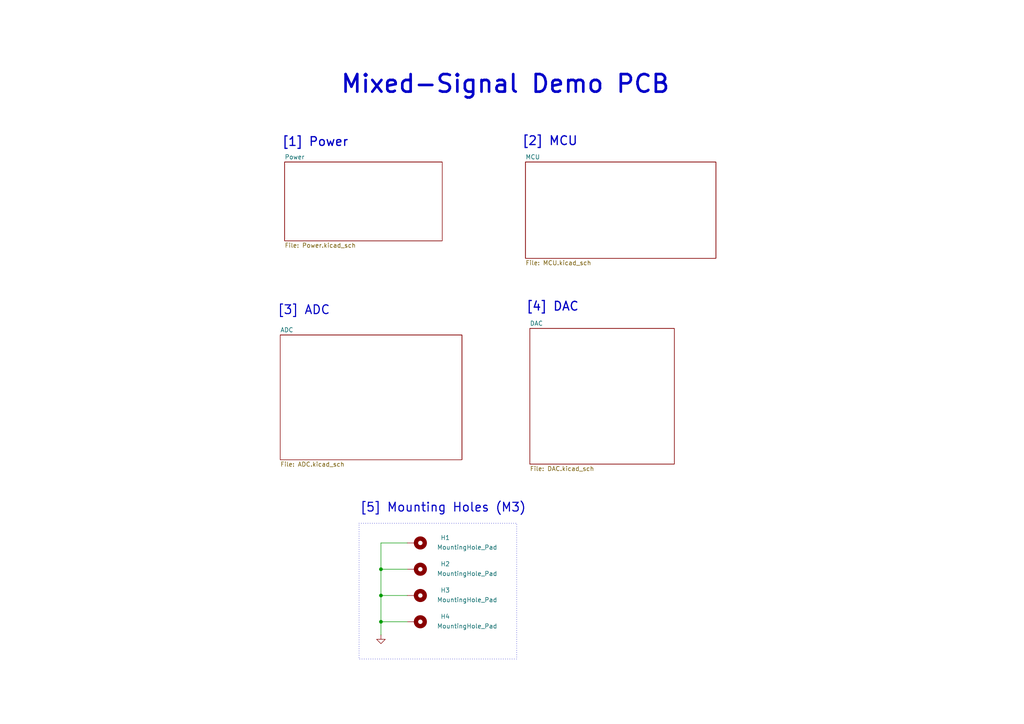
<source format=kicad_sch>
(kicad_sch (version 20250114) (generator "eeschema") (generator_version "9.0")
  (paper "A4")
  (title_block (title "Mixed-Signal-PCB-Design") (date "2025-09-13") (rev "1.0") (company "https://github.com/tsokomalusi/"))
  (lib_symbols
    (symbol "Mechanical:MountingHole_Pad" (pin_numbers (hide yes)) (pin_names (offset 1.016) (hide yes)) (exclude_from_sim yes) (in_bom no)
      (property "Reference" "H" (at 0 6.35 0))
      (property "Value" "MountingHole_Pad" (at 0 4.445 0))
      (symbol "MountingHole_Pad_0_1"
        (circle (center 0 1.27) (radius 1.27) (stroke (width 1.27)))
      )
      (symbol "MountingHole_Pad_1_1"
        (pin input line (at 0 -2.54 90) (length 2.54) (name "1") (number "1"))
      )
    )
    (symbol "power:GND" (power) (pin_numbers (hide yes)) (pin_names (offset 0) (hide yes))
      (property "Value" "GND" (at 0 -3.81 0))
      (symbol "GND_0_1"
        (polyline (pts (xy 0 0) (xy 0 -1.27) (xy 1.27 -1.27) (xy 0 -2.54) (xy -1.27 -1.27) (xy 0 -1.27)))
      )
      (symbol "GND_1_1"
        (pin power_in line (at 0 0 270) (length 0) (name "~") (number "1"))
      )
    )
  )
  (rectangle (start 104.14 151.765) (end 149.86 191.135) (stroke (width 0) (type dot)))
  (text "Mixed-Signal Demo PCB" (at 146.558 24.511 0) (effects (font (size 5.08 5.08) (thickness 0.762) (bold yes))))
  (text "[4] DAC" (at 160.274 89.027 0) (effects (font (size 2.54 2.54) (thickness 0.3556) (bold yes))))
  (text "[5] Mounting Holes (M3)" (at 128.524 147.32 0) (effects (font (size 2.54 2.54) (thickness 0.3175))))
  (text "[3] ADC" (at 88.138 90.043 0) (effects (font (size 2.54 2.54) (thickness 0.3175))))
  (text "[2] MCU" (at 159.512 41.021 0) (effects (font (size 2.54 2.54) (thickness 0.3556) (bold yes))))
  (text "[1] Power" (at 91.44 41.275 0) (effects (font (size 2.54 2.54) (thickness 0.3556) (bold yes))))
  (junction (at 110.49 180.34))
  (junction (at 110.49 172.72))
  (junction (at 110.49 165.1))
  (wire (pts (xy 110.49 165.1) (xy 118.11 165.1)))
  (wire (pts (xy 110.49 172.72) (xy 118.11 172.72)))
  (wire (pts (xy 118.11 157.48) (xy 110.49 157.48)))
  (wire (pts (xy 110.49 172.72) (xy 110.49 180.34)))
  (wire (pts (xy 110.49 180.34) (xy 110.49 184.15)))
  (wire (pts (xy 110.49 157.48) (xy 110.49 165.1)))
  (wire (pts (xy 110.49 180.34) (xy 118.11 180.34)))
  (wire (pts (xy 110.49 165.1) (xy 110.49 172.72)))
  (symbol (lib_id "Mechanical:MountingHole_Pad") (at 120.65 180.34 270) (unit 1) (exclude_from_sim yes) (in_bom no)
    (property "Reference" "H4" (at 127.762 178.816 90) (effects (justify left)))
    (property "Value" "MountingHole_Pad" (at 126.746 181.61 90) (effects (justify left)))
    (property "Footprint" "MountingHole:MountingHole_3.2mm_M3_Pad_Via" (effects (hide yes)))
    (property "Description" "Mounting Hole with connection" (effects (hide yes)))
  )
  (symbol (lib_id "Mechanical:MountingHole_Pad") (at 120.65 165.1 270) (unit 1) (exclude_from_sim yes) (in_bom no)
    (property "Reference" "H2" (at 127.762 163.576 90) (effects (justify left)))
    (property "Value" "MountingHole_Pad" (at 126.746 166.37 90) (effects (justify left)))
    (property "Footprint" "MountingHole:MountingHole_3.2mm_M3_Pad_Via" (effects (hide yes)))
    (property "Description" "Mounting Hole with connection" (effects (hide yes)))
  )
  (symbol (lib_id "Mechanical:MountingHole_Pad") (at 120.65 172.72 270) (unit 1) (exclude_from_sim yes) (in_bom no)
    (property "Reference" "H3" (at 127.762 171.196 90) (effects (justify left)))
    (property "Value" "MountingHole_Pad" (at 126.746 173.99 90) (effects (justify left)))
    (property "Footprint" "MountingHole:MountingHole_3.2mm_M3_Pad_Via" (effects (hide yes)))
    (property "Description" "Mounting Hole with connection" (effects (hide yes)))
  )
  (symbol (lib_id "power:GND") (at 110.49 184.15 0) (unit 1)
    (property "Reference" "#PWR068" (effects (hide yes)))
    (property "Value" "GND" (effects (hide yes)))
    (property "Description" "Power symbol creates a global label with name \"GND\" , ground" (effects (hide yes)))
  )
  (symbol (lib_id "Mechanical:MountingHole_Pad") (at 120.65 157.48 270) (unit 1) (exclude_from_sim yes) (in_bom no)
    (property "Reference" "H1" (at 127.762 155.956 90) (effects (justify left)))
    (property "Value" "MountingHole_Pad" (at 126.746 158.75 90) (effects (justify left)))
    (property "Footprint" "MountingHole:MountingHole_3.2mm_M3_Pad_Via" (effects (hide yes)))
    (property "Description" "Mounting Hole with connection" (effects (hide yes)))
  )
  (sheet (at 81.28 97.155) (size 52.705 36.195) (stroke (width 0.1524))
    (property "Sheetname" "ADC" (at 81.28 96.4434 0) (effects (justify left bottom)))
    (property "Sheetfile" "ADC.kicad_sch" (at 81.28 133.9346 0) (effects (justify left top)))
  )
  (sheet (at 153.67 95.25) (size 41.91 39.37) (stroke (width 0.1524))
    (property "Sheetname" "DAC" (at 153.67 94.5384 0) (effects (justify left bottom)))
    (property "Sheetfile" "DAC.kicad_sch" (at 153.67 135.2046 0) (effects (justify left top)))
  )
  (sheet (at 82.55 46.99) (size 45.72 22.86) (stroke (width 0.1524))
    (property "Sheetname" "Power" (at 82.55 46.2784 0) (effects (justify left bottom)))
    (property "Sheetfile" "Power.kicad_sch" (at 82.55 70.4346 0) (effects (justify left top)))
  )
  (sheet (at 152.4 46.99) (size 55.245 27.94) (stroke (width 0.1524))
    (property "Sheetname" "MCU" (at 152.4 46.2784 0) (effects (justify left bottom)))
    (property "Sheetfile" "MCU.kicad_sch" (at 152.4 75.5146 0) (effects (justify left top)))
  )
)
</source>
